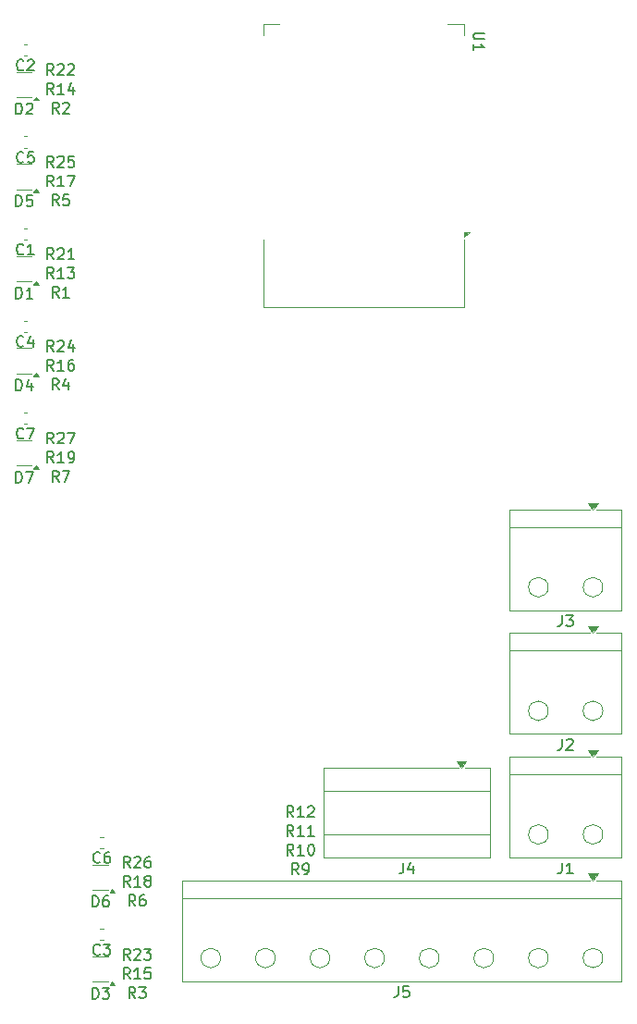
<source format=gbr>
%TF.GenerationSoftware,KiCad,Pcbnew,9.0.2*%
%TF.CreationDate,2025-05-31T05:55:54-04:00*%
%TF.ProjectId,micro autodoor,6d696372-6f20-4617-9574-6f646f6f722e,rev?*%
%TF.SameCoordinates,Original*%
%TF.FileFunction,Legend,Top*%
%TF.FilePolarity,Positive*%
%FSLAX46Y46*%
G04 Gerber Fmt 4.6, Leading zero omitted, Abs format (unit mm)*
G04 Created by KiCad (PCBNEW 9.0.2) date 2025-05-31 05:55:54*
%MOMM*%
%LPD*%
G01*
G04 APERTURE LIST*
%ADD10C,0.150000*%
%ADD11C,0.120000*%
G04 APERTURE END LIST*
D10*
X151195250Y-75665862D02*
X150385727Y-75665862D01*
X150385727Y-75665862D02*
X150290489Y-75713481D01*
X150290489Y-75713481D02*
X150242870Y-75761100D01*
X150242870Y-75761100D02*
X150195250Y-75856338D01*
X150195250Y-75856338D02*
X150195250Y-76046814D01*
X150195250Y-76046814D02*
X150242870Y-76142052D01*
X150242870Y-76142052D02*
X150290489Y-76189671D01*
X150290489Y-76189671D02*
X150385727Y-76237290D01*
X150385727Y-76237290D02*
X151195250Y-76237290D01*
X150195250Y-77237290D02*
X150195250Y-76665862D01*
X150195250Y-76951576D02*
X151195250Y-76951576D01*
X151195250Y-76951576D02*
X151052393Y-76856338D01*
X151052393Y-76856338D02*
X150957155Y-76761100D01*
X150957155Y-76761100D02*
X150909536Y-76665862D01*
X111757212Y-113232586D02*
X111423879Y-112756395D01*
X111185784Y-113232586D02*
X111185784Y-112232586D01*
X111185784Y-112232586D02*
X111566736Y-112232586D01*
X111566736Y-112232586D02*
X111661974Y-112280205D01*
X111661974Y-112280205D02*
X111709593Y-112327824D01*
X111709593Y-112327824D02*
X111757212Y-112423062D01*
X111757212Y-112423062D02*
X111757212Y-112565919D01*
X111757212Y-112565919D02*
X111709593Y-112661157D01*
X111709593Y-112661157D02*
X111661974Y-112708776D01*
X111661974Y-112708776D02*
X111566736Y-112756395D01*
X111566736Y-112756395D02*
X111185784Y-112756395D01*
X112138165Y-112327824D02*
X112185784Y-112280205D01*
X112185784Y-112280205D02*
X112281022Y-112232586D01*
X112281022Y-112232586D02*
X112519117Y-112232586D01*
X112519117Y-112232586D02*
X112614355Y-112280205D01*
X112614355Y-112280205D02*
X112661974Y-112327824D01*
X112661974Y-112327824D02*
X112709593Y-112423062D01*
X112709593Y-112423062D02*
X112709593Y-112518300D01*
X112709593Y-112518300D02*
X112661974Y-112661157D01*
X112661974Y-112661157D02*
X112090546Y-113232586D01*
X112090546Y-113232586D02*
X112709593Y-113232586D01*
X113042927Y-112232586D02*
X113709593Y-112232586D01*
X113709593Y-112232586D02*
X113281022Y-113232586D01*
X118757212Y-152052586D02*
X118423879Y-151576395D01*
X118185784Y-152052586D02*
X118185784Y-151052586D01*
X118185784Y-151052586D02*
X118566736Y-151052586D01*
X118566736Y-151052586D02*
X118661974Y-151100205D01*
X118661974Y-151100205D02*
X118709593Y-151147824D01*
X118709593Y-151147824D02*
X118757212Y-151243062D01*
X118757212Y-151243062D02*
X118757212Y-151385919D01*
X118757212Y-151385919D02*
X118709593Y-151481157D01*
X118709593Y-151481157D02*
X118661974Y-151528776D01*
X118661974Y-151528776D02*
X118566736Y-151576395D01*
X118566736Y-151576395D02*
X118185784Y-151576395D01*
X119138165Y-151147824D02*
X119185784Y-151100205D01*
X119185784Y-151100205D02*
X119281022Y-151052586D01*
X119281022Y-151052586D02*
X119519117Y-151052586D01*
X119519117Y-151052586D02*
X119614355Y-151100205D01*
X119614355Y-151100205D02*
X119661974Y-151147824D01*
X119661974Y-151147824D02*
X119709593Y-151243062D01*
X119709593Y-151243062D02*
X119709593Y-151338300D01*
X119709593Y-151338300D02*
X119661974Y-151481157D01*
X119661974Y-151481157D02*
X119090546Y-152052586D01*
X119090546Y-152052586D02*
X119709593Y-152052586D01*
X120566736Y-151052586D02*
X120376260Y-151052586D01*
X120376260Y-151052586D02*
X120281022Y-151100205D01*
X120281022Y-151100205D02*
X120233403Y-151147824D01*
X120233403Y-151147824D02*
X120138165Y-151290681D01*
X120138165Y-151290681D02*
X120090546Y-151481157D01*
X120090546Y-151481157D02*
X120090546Y-151862109D01*
X120090546Y-151862109D02*
X120138165Y-151957347D01*
X120138165Y-151957347D02*
X120185784Y-152004967D01*
X120185784Y-152004967D02*
X120281022Y-152052586D01*
X120281022Y-152052586D02*
X120471498Y-152052586D01*
X120471498Y-152052586D02*
X120566736Y-152004967D01*
X120566736Y-152004967D02*
X120614355Y-151957347D01*
X120614355Y-151957347D02*
X120661974Y-151862109D01*
X120661974Y-151862109D02*
X120661974Y-151624014D01*
X120661974Y-151624014D02*
X120614355Y-151528776D01*
X120614355Y-151528776D02*
X120566736Y-151481157D01*
X120566736Y-151481157D02*
X120471498Y-151433538D01*
X120471498Y-151433538D02*
X120281022Y-151433538D01*
X120281022Y-151433538D02*
X120185784Y-151481157D01*
X120185784Y-151481157D02*
X120138165Y-151528776D01*
X120138165Y-151528776D02*
X120090546Y-151624014D01*
X111757212Y-87942586D02*
X111423879Y-87466395D01*
X111185784Y-87942586D02*
X111185784Y-86942586D01*
X111185784Y-86942586D02*
X111566736Y-86942586D01*
X111566736Y-86942586D02*
X111661974Y-86990205D01*
X111661974Y-86990205D02*
X111709593Y-87037824D01*
X111709593Y-87037824D02*
X111757212Y-87133062D01*
X111757212Y-87133062D02*
X111757212Y-87275919D01*
X111757212Y-87275919D02*
X111709593Y-87371157D01*
X111709593Y-87371157D02*
X111661974Y-87418776D01*
X111661974Y-87418776D02*
X111566736Y-87466395D01*
X111566736Y-87466395D02*
X111185784Y-87466395D01*
X112138165Y-87037824D02*
X112185784Y-86990205D01*
X112185784Y-86990205D02*
X112281022Y-86942586D01*
X112281022Y-86942586D02*
X112519117Y-86942586D01*
X112519117Y-86942586D02*
X112614355Y-86990205D01*
X112614355Y-86990205D02*
X112661974Y-87037824D01*
X112661974Y-87037824D02*
X112709593Y-87133062D01*
X112709593Y-87133062D02*
X112709593Y-87228300D01*
X112709593Y-87228300D02*
X112661974Y-87371157D01*
X112661974Y-87371157D02*
X112090546Y-87942586D01*
X112090546Y-87942586D02*
X112709593Y-87942586D01*
X113614355Y-86942586D02*
X113138165Y-86942586D01*
X113138165Y-86942586D02*
X113090546Y-87418776D01*
X113090546Y-87418776D02*
X113138165Y-87371157D01*
X113138165Y-87371157D02*
X113233403Y-87323538D01*
X113233403Y-87323538D02*
X113471498Y-87323538D01*
X113471498Y-87323538D02*
X113566736Y-87371157D01*
X113566736Y-87371157D02*
X113614355Y-87418776D01*
X113614355Y-87418776D02*
X113661974Y-87514014D01*
X113661974Y-87514014D02*
X113661974Y-87752109D01*
X113661974Y-87752109D02*
X113614355Y-87847347D01*
X113614355Y-87847347D02*
X113566736Y-87894967D01*
X113566736Y-87894967D02*
X113471498Y-87942586D01*
X113471498Y-87942586D02*
X113233403Y-87942586D01*
X113233403Y-87942586D02*
X113138165Y-87894967D01*
X113138165Y-87894967D02*
X113090546Y-87847347D01*
X111757212Y-104802586D02*
X111423879Y-104326395D01*
X111185784Y-104802586D02*
X111185784Y-103802586D01*
X111185784Y-103802586D02*
X111566736Y-103802586D01*
X111566736Y-103802586D02*
X111661974Y-103850205D01*
X111661974Y-103850205D02*
X111709593Y-103897824D01*
X111709593Y-103897824D02*
X111757212Y-103993062D01*
X111757212Y-103993062D02*
X111757212Y-104135919D01*
X111757212Y-104135919D02*
X111709593Y-104231157D01*
X111709593Y-104231157D02*
X111661974Y-104278776D01*
X111661974Y-104278776D02*
X111566736Y-104326395D01*
X111566736Y-104326395D02*
X111185784Y-104326395D01*
X112138165Y-103897824D02*
X112185784Y-103850205D01*
X112185784Y-103850205D02*
X112281022Y-103802586D01*
X112281022Y-103802586D02*
X112519117Y-103802586D01*
X112519117Y-103802586D02*
X112614355Y-103850205D01*
X112614355Y-103850205D02*
X112661974Y-103897824D01*
X112661974Y-103897824D02*
X112709593Y-103993062D01*
X112709593Y-103993062D02*
X112709593Y-104088300D01*
X112709593Y-104088300D02*
X112661974Y-104231157D01*
X112661974Y-104231157D02*
X112090546Y-104802586D01*
X112090546Y-104802586D02*
X112709593Y-104802586D01*
X113566736Y-104135919D02*
X113566736Y-104802586D01*
X113328641Y-103754967D02*
X113090546Y-104469252D01*
X113090546Y-104469252D02*
X113709593Y-104469252D01*
X118757212Y-160482586D02*
X118423879Y-160006395D01*
X118185784Y-160482586D02*
X118185784Y-159482586D01*
X118185784Y-159482586D02*
X118566736Y-159482586D01*
X118566736Y-159482586D02*
X118661974Y-159530205D01*
X118661974Y-159530205D02*
X118709593Y-159577824D01*
X118709593Y-159577824D02*
X118757212Y-159673062D01*
X118757212Y-159673062D02*
X118757212Y-159815919D01*
X118757212Y-159815919D02*
X118709593Y-159911157D01*
X118709593Y-159911157D02*
X118661974Y-159958776D01*
X118661974Y-159958776D02*
X118566736Y-160006395D01*
X118566736Y-160006395D02*
X118185784Y-160006395D01*
X119138165Y-159577824D02*
X119185784Y-159530205D01*
X119185784Y-159530205D02*
X119281022Y-159482586D01*
X119281022Y-159482586D02*
X119519117Y-159482586D01*
X119519117Y-159482586D02*
X119614355Y-159530205D01*
X119614355Y-159530205D02*
X119661974Y-159577824D01*
X119661974Y-159577824D02*
X119709593Y-159673062D01*
X119709593Y-159673062D02*
X119709593Y-159768300D01*
X119709593Y-159768300D02*
X119661974Y-159911157D01*
X119661974Y-159911157D02*
X119090546Y-160482586D01*
X119090546Y-160482586D02*
X119709593Y-160482586D01*
X120042927Y-159482586D02*
X120661974Y-159482586D01*
X120661974Y-159482586D02*
X120328641Y-159863538D01*
X120328641Y-159863538D02*
X120471498Y-159863538D01*
X120471498Y-159863538D02*
X120566736Y-159911157D01*
X120566736Y-159911157D02*
X120614355Y-159958776D01*
X120614355Y-159958776D02*
X120661974Y-160054014D01*
X120661974Y-160054014D02*
X120661974Y-160292109D01*
X120661974Y-160292109D02*
X120614355Y-160387347D01*
X120614355Y-160387347D02*
X120566736Y-160434967D01*
X120566736Y-160434967D02*
X120471498Y-160482586D01*
X120471498Y-160482586D02*
X120185784Y-160482586D01*
X120185784Y-160482586D02*
X120090546Y-160434967D01*
X120090546Y-160434967D02*
X120042927Y-160387347D01*
X111757212Y-79512586D02*
X111423879Y-79036395D01*
X111185784Y-79512586D02*
X111185784Y-78512586D01*
X111185784Y-78512586D02*
X111566736Y-78512586D01*
X111566736Y-78512586D02*
X111661974Y-78560205D01*
X111661974Y-78560205D02*
X111709593Y-78607824D01*
X111709593Y-78607824D02*
X111757212Y-78703062D01*
X111757212Y-78703062D02*
X111757212Y-78845919D01*
X111757212Y-78845919D02*
X111709593Y-78941157D01*
X111709593Y-78941157D02*
X111661974Y-78988776D01*
X111661974Y-78988776D02*
X111566736Y-79036395D01*
X111566736Y-79036395D02*
X111185784Y-79036395D01*
X112138165Y-78607824D02*
X112185784Y-78560205D01*
X112185784Y-78560205D02*
X112281022Y-78512586D01*
X112281022Y-78512586D02*
X112519117Y-78512586D01*
X112519117Y-78512586D02*
X112614355Y-78560205D01*
X112614355Y-78560205D02*
X112661974Y-78607824D01*
X112661974Y-78607824D02*
X112709593Y-78703062D01*
X112709593Y-78703062D02*
X112709593Y-78798300D01*
X112709593Y-78798300D02*
X112661974Y-78941157D01*
X112661974Y-78941157D02*
X112090546Y-79512586D01*
X112090546Y-79512586D02*
X112709593Y-79512586D01*
X113090546Y-78607824D02*
X113138165Y-78560205D01*
X113138165Y-78560205D02*
X113233403Y-78512586D01*
X113233403Y-78512586D02*
X113471498Y-78512586D01*
X113471498Y-78512586D02*
X113566736Y-78560205D01*
X113566736Y-78560205D02*
X113614355Y-78607824D01*
X113614355Y-78607824D02*
X113661974Y-78703062D01*
X113661974Y-78703062D02*
X113661974Y-78798300D01*
X113661974Y-78798300D02*
X113614355Y-78941157D01*
X113614355Y-78941157D02*
X113042927Y-79512586D01*
X113042927Y-79512586D02*
X113661974Y-79512586D01*
X111757212Y-96372586D02*
X111423879Y-95896395D01*
X111185784Y-96372586D02*
X111185784Y-95372586D01*
X111185784Y-95372586D02*
X111566736Y-95372586D01*
X111566736Y-95372586D02*
X111661974Y-95420205D01*
X111661974Y-95420205D02*
X111709593Y-95467824D01*
X111709593Y-95467824D02*
X111757212Y-95563062D01*
X111757212Y-95563062D02*
X111757212Y-95705919D01*
X111757212Y-95705919D02*
X111709593Y-95801157D01*
X111709593Y-95801157D02*
X111661974Y-95848776D01*
X111661974Y-95848776D02*
X111566736Y-95896395D01*
X111566736Y-95896395D02*
X111185784Y-95896395D01*
X112138165Y-95467824D02*
X112185784Y-95420205D01*
X112185784Y-95420205D02*
X112281022Y-95372586D01*
X112281022Y-95372586D02*
X112519117Y-95372586D01*
X112519117Y-95372586D02*
X112614355Y-95420205D01*
X112614355Y-95420205D02*
X112661974Y-95467824D01*
X112661974Y-95467824D02*
X112709593Y-95563062D01*
X112709593Y-95563062D02*
X112709593Y-95658300D01*
X112709593Y-95658300D02*
X112661974Y-95801157D01*
X112661974Y-95801157D02*
X112090546Y-96372586D01*
X112090546Y-96372586D02*
X112709593Y-96372586D01*
X113661974Y-96372586D02*
X113090546Y-96372586D01*
X113376260Y-96372586D02*
X113376260Y-95372586D01*
X113376260Y-95372586D02*
X113281022Y-95515443D01*
X113281022Y-95515443D02*
X113185784Y-95610681D01*
X113185784Y-95610681D02*
X113090546Y-95658300D01*
X111757212Y-114982586D02*
X111423879Y-114506395D01*
X111185784Y-114982586D02*
X111185784Y-113982586D01*
X111185784Y-113982586D02*
X111566736Y-113982586D01*
X111566736Y-113982586D02*
X111661974Y-114030205D01*
X111661974Y-114030205D02*
X111709593Y-114077824D01*
X111709593Y-114077824D02*
X111757212Y-114173062D01*
X111757212Y-114173062D02*
X111757212Y-114315919D01*
X111757212Y-114315919D02*
X111709593Y-114411157D01*
X111709593Y-114411157D02*
X111661974Y-114458776D01*
X111661974Y-114458776D02*
X111566736Y-114506395D01*
X111566736Y-114506395D02*
X111185784Y-114506395D01*
X112709593Y-114982586D02*
X112138165Y-114982586D01*
X112423879Y-114982586D02*
X112423879Y-113982586D01*
X112423879Y-113982586D02*
X112328641Y-114125443D01*
X112328641Y-114125443D02*
X112233403Y-114220681D01*
X112233403Y-114220681D02*
X112138165Y-114268300D01*
X113185784Y-114982586D02*
X113376260Y-114982586D01*
X113376260Y-114982586D02*
X113471498Y-114934967D01*
X113471498Y-114934967D02*
X113519117Y-114887347D01*
X113519117Y-114887347D02*
X113614355Y-114744490D01*
X113614355Y-114744490D02*
X113661974Y-114554014D01*
X113661974Y-114554014D02*
X113661974Y-114173062D01*
X113661974Y-114173062D02*
X113614355Y-114077824D01*
X113614355Y-114077824D02*
X113566736Y-114030205D01*
X113566736Y-114030205D02*
X113471498Y-113982586D01*
X113471498Y-113982586D02*
X113281022Y-113982586D01*
X113281022Y-113982586D02*
X113185784Y-114030205D01*
X113185784Y-114030205D02*
X113138165Y-114077824D01*
X113138165Y-114077824D02*
X113090546Y-114173062D01*
X113090546Y-114173062D02*
X113090546Y-114411157D01*
X113090546Y-114411157D02*
X113138165Y-114506395D01*
X113138165Y-114506395D02*
X113185784Y-114554014D01*
X113185784Y-114554014D02*
X113281022Y-114601633D01*
X113281022Y-114601633D02*
X113471498Y-114601633D01*
X113471498Y-114601633D02*
X113566736Y-114554014D01*
X113566736Y-114554014D02*
X113614355Y-114506395D01*
X113614355Y-114506395D02*
X113661974Y-114411157D01*
X118757212Y-153802586D02*
X118423879Y-153326395D01*
X118185784Y-153802586D02*
X118185784Y-152802586D01*
X118185784Y-152802586D02*
X118566736Y-152802586D01*
X118566736Y-152802586D02*
X118661974Y-152850205D01*
X118661974Y-152850205D02*
X118709593Y-152897824D01*
X118709593Y-152897824D02*
X118757212Y-152993062D01*
X118757212Y-152993062D02*
X118757212Y-153135919D01*
X118757212Y-153135919D02*
X118709593Y-153231157D01*
X118709593Y-153231157D02*
X118661974Y-153278776D01*
X118661974Y-153278776D02*
X118566736Y-153326395D01*
X118566736Y-153326395D02*
X118185784Y-153326395D01*
X119709593Y-153802586D02*
X119138165Y-153802586D01*
X119423879Y-153802586D02*
X119423879Y-152802586D01*
X119423879Y-152802586D02*
X119328641Y-152945443D01*
X119328641Y-152945443D02*
X119233403Y-153040681D01*
X119233403Y-153040681D02*
X119138165Y-153088300D01*
X120281022Y-153231157D02*
X120185784Y-153183538D01*
X120185784Y-153183538D02*
X120138165Y-153135919D01*
X120138165Y-153135919D02*
X120090546Y-153040681D01*
X120090546Y-153040681D02*
X120090546Y-152993062D01*
X120090546Y-152993062D02*
X120138165Y-152897824D01*
X120138165Y-152897824D02*
X120185784Y-152850205D01*
X120185784Y-152850205D02*
X120281022Y-152802586D01*
X120281022Y-152802586D02*
X120471498Y-152802586D01*
X120471498Y-152802586D02*
X120566736Y-152850205D01*
X120566736Y-152850205D02*
X120614355Y-152897824D01*
X120614355Y-152897824D02*
X120661974Y-152993062D01*
X120661974Y-152993062D02*
X120661974Y-153040681D01*
X120661974Y-153040681D02*
X120614355Y-153135919D01*
X120614355Y-153135919D02*
X120566736Y-153183538D01*
X120566736Y-153183538D02*
X120471498Y-153231157D01*
X120471498Y-153231157D02*
X120281022Y-153231157D01*
X120281022Y-153231157D02*
X120185784Y-153278776D01*
X120185784Y-153278776D02*
X120138165Y-153326395D01*
X120138165Y-153326395D02*
X120090546Y-153421633D01*
X120090546Y-153421633D02*
X120090546Y-153612109D01*
X120090546Y-153612109D02*
X120138165Y-153707347D01*
X120138165Y-153707347D02*
X120185784Y-153754967D01*
X120185784Y-153754967D02*
X120281022Y-153802586D01*
X120281022Y-153802586D02*
X120471498Y-153802586D01*
X120471498Y-153802586D02*
X120566736Y-153754967D01*
X120566736Y-153754967D02*
X120614355Y-153707347D01*
X120614355Y-153707347D02*
X120661974Y-153612109D01*
X120661974Y-153612109D02*
X120661974Y-153421633D01*
X120661974Y-153421633D02*
X120614355Y-153326395D01*
X120614355Y-153326395D02*
X120566736Y-153278776D01*
X120566736Y-153278776D02*
X120471498Y-153231157D01*
X111757212Y-89692586D02*
X111423879Y-89216395D01*
X111185784Y-89692586D02*
X111185784Y-88692586D01*
X111185784Y-88692586D02*
X111566736Y-88692586D01*
X111566736Y-88692586D02*
X111661974Y-88740205D01*
X111661974Y-88740205D02*
X111709593Y-88787824D01*
X111709593Y-88787824D02*
X111757212Y-88883062D01*
X111757212Y-88883062D02*
X111757212Y-89025919D01*
X111757212Y-89025919D02*
X111709593Y-89121157D01*
X111709593Y-89121157D02*
X111661974Y-89168776D01*
X111661974Y-89168776D02*
X111566736Y-89216395D01*
X111566736Y-89216395D02*
X111185784Y-89216395D01*
X112709593Y-89692586D02*
X112138165Y-89692586D01*
X112423879Y-89692586D02*
X112423879Y-88692586D01*
X112423879Y-88692586D02*
X112328641Y-88835443D01*
X112328641Y-88835443D02*
X112233403Y-88930681D01*
X112233403Y-88930681D02*
X112138165Y-88978300D01*
X113042927Y-88692586D02*
X113709593Y-88692586D01*
X113709593Y-88692586D02*
X113281022Y-89692586D01*
X111757212Y-106552586D02*
X111423879Y-106076395D01*
X111185784Y-106552586D02*
X111185784Y-105552586D01*
X111185784Y-105552586D02*
X111566736Y-105552586D01*
X111566736Y-105552586D02*
X111661974Y-105600205D01*
X111661974Y-105600205D02*
X111709593Y-105647824D01*
X111709593Y-105647824D02*
X111757212Y-105743062D01*
X111757212Y-105743062D02*
X111757212Y-105885919D01*
X111757212Y-105885919D02*
X111709593Y-105981157D01*
X111709593Y-105981157D02*
X111661974Y-106028776D01*
X111661974Y-106028776D02*
X111566736Y-106076395D01*
X111566736Y-106076395D02*
X111185784Y-106076395D01*
X112709593Y-106552586D02*
X112138165Y-106552586D01*
X112423879Y-106552586D02*
X112423879Y-105552586D01*
X112423879Y-105552586D02*
X112328641Y-105695443D01*
X112328641Y-105695443D02*
X112233403Y-105790681D01*
X112233403Y-105790681D02*
X112138165Y-105838300D01*
X113566736Y-105552586D02*
X113376260Y-105552586D01*
X113376260Y-105552586D02*
X113281022Y-105600205D01*
X113281022Y-105600205D02*
X113233403Y-105647824D01*
X113233403Y-105647824D02*
X113138165Y-105790681D01*
X113138165Y-105790681D02*
X113090546Y-105981157D01*
X113090546Y-105981157D02*
X113090546Y-106362109D01*
X113090546Y-106362109D02*
X113138165Y-106457347D01*
X113138165Y-106457347D02*
X113185784Y-106504967D01*
X113185784Y-106504967D02*
X113281022Y-106552586D01*
X113281022Y-106552586D02*
X113471498Y-106552586D01*
X113471498Y-106552586D02*
X113566736Y-106504967D01*
X113566736Y-106504967D02*
X113614355Y-106457347D01*
X113614355Y-106457347D02*
X113661974Y-106362109D01*
X113661974Y-106362109D02*
X113661974Y-106124014D01*
X113661974Y-106124014D02*
X113614355Y-106028776D01*
X113614355Y-106028776D02*
X113566736Y-105981157D01*
X113566736Y-105981157D02*
X113471498Y-105933538D01*
X113471498Y-105933538D02*
X113281022Y-105933538D01*
X113281022Y-105933538D02*
X113185784Y-105981157D01*
X113185784Y-105981157D02*
X113138165Y-106028776D01*
X113138165Y-106028776D02*
X113090546Y-106124014D01*
X118757212Y-162232586D02*
X118423879Y-161756395D01*
X118185784Y-162232586D02*
X118185784Y-161232586D01*
X118185784Y-161232586D02*
X118566736Y-161232586D01*
X118566736Y-161232586D02*
X118661974Y-161280205D01*
X118661974Y-161280205D02*
X118709593Y-161327824D01*
X118709593Y-161327824D02*
X118757212Y-161423062D01*
X118757212Y-161423062D02*
X118757212Y-161565919D01*
X118757212Y-161565919D02*
X118709593Y-161661157D01*
X118709593Y-161661157D02*
X118661974Y-161708776D01*
X118661974Y-161708776D02*
X118566736Y-161756395D01*
X118566736Y-161756395D02*
X118185784Y-161756395D01*
X119709593Y-162232586D02*
X119138165Y-162232586D01*
X119423879Y-162232586D02*
X119423879Y-161232586D01*
X119423879Y-161232586D02*
X119328641Y-161375443D01*
X119328641Y-161375443D02*
X119233403Y-161470681D01*
X119233403Y-161470681D02*
X119138165Y-161518300D01*
X120614355Y-161232586D02*
X120138165Y-161232586D01*
X120138165Y-161232586D02*
X120090546Y-161708776D01*
X120090546Y-161708776D02*
X120138165Y-161661157D01*
X120138165Y-161661157D02*
X120233403Y-161613538D01*
X120233403Y-161613538D02*
X120471498Y-161613538D01*
X120471498Y-161613538D02*
X120566736Y-161661157D01*
X120566736Y-161661157D02*
X120614355Y-161708776D01*
X120614355Y-161708776D02*
X120661974Y-161804014D01*
X120661974Y-161804014D02*
X120661974Y-162042109D01*
X120661974Y-162042109D02*
X120614355Y-162137347D01*
X120614355Y-162137347D02*
X120566736Y-162184967D01*
X120566736Y-162184967D02*
X120471498Y-162232586D01*
X120471498Y-162232586D02*
X120233403Y-162232586D01*
X120233403Y-162232586D02*
X120138165Y-162184967D01*
X120138165Y-162184967D02*
X120090546Y-162137347D01*
X111757212Y-81262586D02*
X111423879Y-80786395D01*
X111185784Y-81262586D02*
X111185784Y-80262586D01*
X111185784Y-80262586D02*
X111566736Y-80262586D01*
X111566736Y-80262586D02*
X111661974Y-80310205D01*
X111661974Y-80310205D02*
X111709593Y-80357824D01*
X111709593Y-80357824D02*
X111757212Y-80453062D01*
X111757212Y-80453062D02*
X111757212Y-80595919D01*
X111757212Y-80595919D02*
X111709593Y-80691157D01*
X111709593Y-80691157D02*
X111661974Y-80738776D01*
X111661974Y-80738776D02*
X111566736Y-80786395D01*
X111566736Y-80786395D02*
X111185784Y-80786395D01*
X112709593Y-81262586D02*
X112138165Y-81262586D01*
X112423879Y-81262586D02*
X112423879Y-80262586D01*
X112423879Y-80262586D02*
X112328641Y-80405443D01*
X112328641Y-80405443D02*
X112233403Y-80500681D01*
X112233403Y-80500681D02*
X112138165Y-80548300D01*
X113566736Y-80595919D02*
X113566736Y-81262586D01*
X113328641Y-80214967D02*
X113090546Y-80929252D01*
X113090546Y-80929252D02*
X113709593Y-80929252D01*
X111757212Y-98122586D02*
X111423879Y-97646395D01*
X111185784Y-98122586D02*
X111185784Y-97122586D01*
X111185784Y-97122586D02*
X111566736Y-97122586D01*
X111566736Y-97122586D02*
X111661974Y-97170205D01*
X111661974Y-97170205D02*
X111709593Y-97217824D01*
X111709593Y-97217824D02*
X111757212Y-97313062D01*
X111757212Y-97313062D02*
X111757212Y-97455919D01*
X111757212Y-97455919D02*
X111709593Y-97551157D01*
X111709593Y-97551157D02*
X111661974Y-97598776D01*
X111661974Y-97598776D02*
X111566736Y-97646395D01*
X111566736Y-97646395D02*
X111185784Y-97646395D01*
X112709593Y-98122586D02*
X112138165Y-98122586D01*
X112423879Y-98122586D02*
X112423879Y-97122586D01*
X112423879Y-97122586D02*
X112328641Y-97265443D01*
X112328641Y-97265443D02*
X112233403Y-97360681D01*
X112233403Y-97360681D02*
X112138165Y-97408300D01*
X113042927Y-97122586D02*
X113661974Y-97122586D01*
X113661974Y-97122586D02*
X113328641Y-97503538D01*
X113328641Y-97503538D02*
X113471498Y-97503538D01*
X113471498Y-97503538D02*
X113566736Y-97551157D01*
X113566736Y-97551157D02*
X113614355Y-97598776D01*
X113614355Y-97598776D02*
X113661974Y-97694014D01*
X113661974Y-97694014D02*
X113661974Y-97932109D01*
X113661974Y-97932109D02*
X113614355Y-98027347D01*
X113614355Y-98027347D02*
X113566736Y-98074967D01*
X113566736Y-98074967D02*
X113471498Y-98122586D01*
X113471498Y-98122586D02*
X113185784Y-98122586D01*
X113185784Y-98122586D02*
X113090546Y-98074967D01*
X113090546Y-98074967D02*
X113042927Y-98027347D01*
X133707212Y-147422586D02*
X133373879Y-146946395D01*
X133135784Y-147422586D02*
X133135784Y-146422586D01*
X133135784Y-146422586D02*
X133516736Y-146422586D01*
X133516736Y-146422586D02*
X133611974Y-146470205D01*
X133611974Y-146470205D02*
X133659593Y-146517824D01*
X133659593Y-146517824D02*
X133707212Y-146613062D01*
X133707212Y-146613062D02*
X133707212Y-146755919D01*
X133707212Y-146755919D02*
X133659593Y-146851157D01*
X133659593Y-146851157D02*
X133611974Y-146898776D01*
X133611974Y-146898776D02*
X133516736Y-146946395D01*
X133516736Y-146946395D02*
X133135784Y-146946395D01*
X134659593Y-147422586D02*
X134088165Y-147422586D01*
X134373879Y-147422586D02*
X134373879Y-146422586D01*
X134373879Y-146422586D02*
X134278641Y-146565443D01*
X134278641Y-146565443D02*
X134183403Y-146660681D01*
X134183403Y-146660681D02*
X134088165Y-146708300D01*
X135040546Y-146517824D02*
X135088165Y-146470205D01*
X135088165Y-146470205D02*
X135183403Y-146422586D01*
X135183403Y-146422586D02*
X135421498Y-146422586D01*
X135421498Y-146422586D02*
X135516736Y-146470205D01*
X135516736Y-146470205D02*
X135564355Y-146517824D01*
X135564355Y-146517824D02*
X135611974Y-146613062D01*
X135611974Y-146613062D02*
X135611974Y-146708300D01*
X135611974Y-146708300D02*
X135564355Y-146851157D01*
X135564355Y-146851157D02*
X134992927Y-147422586D01*
X134992927Y-147422586D02*
X135611974Y-147422586D01*
X133707212Y-149172586D02*
X133373879Y-148696395D01*
X133135784Y-149172586D02*
X133135784Y-148172586D01*
X133135784Y-148172586D02*
X133516736Y-148172586D01*
X133516736Y-148172586D02*
X133611974Y-148220205D01*
X133611974Y-148220205D02*
X133659593Y-148267824D01*
X133659593Y-148267824D02*
X133707212Y-148363062D01*
X133707212Y-148363062D02*
X133707212Y-148505919D01*
X133707212Y-148505919D02*
X133659593Y-148601157D01*
X133659593Y-148601157D02*
X133611974Y-148648776D01*
X133611974Y-148648776D02*
X133516736Y-148696395D01*
X133516736Y-148696395D02*
X133135784Y-148696395D01*
X134659593Y-149172586D02*
X134088165Y-149172586D01*
X134373879Y-149172586D02*
X134373879Y-148172586D01*
X134373879Y-148172586D02*
X134278641Y-148315443D01*
X134278641Y-148315443D02*
X134183403Y-148410681D01*
X134183403Y-148410681D02*
X134088165Y-148458300D01*
X135611974Y-149172586D02*
X135040546Y-149172586D01*
X135326260Y-149172586D02*
X135326260Y-148172586D01*
X135326260Y-148172586D02*
X135231022Y-148315443D01*
X135231022Y-148315443D02*
X135135784Y-148410681D01*
X135135784Y-148410681D02*
X135040546Y-148458300D01*
X133707212Y-150922586D02*
X133373879Y-150446395D01*
X133135784Y-150922586D02*
X133135784Y-149922586D01*
X133135784Y-149922586D02*
X133516736Y-149922586D01*
X133516736Y-149922586D02*
X133611974Y-149970205D01*
X133611974Y-149970205D02*
X133659593Y-150017824D01*
X133659593Y-150017824D02*
X133707212Y-150113062D01*
X133707212Y-150113062D02*
X133707212Y-150255919D01*
X133707212Y-150255919D02*
X133659593Y-150351157D01*
X133659593Y-150351157D02*
X133611974Y-150398776D01*
X133611974Y-150398776D02*
X133516736Y-150446395D01*
X133516736Y-150446395D02*
X133135784Y-150446395D01*
X134659593Y-150922586D02*
X134088165Y-150922586D01*
X134373879Y-150922586D02*
X134373879Y-149922586D01*
X134373879Y-149922586D02*
X134278641Y-150065443D01*
X134278641Y-150065443D02*
X134183403Y-150160681D01*
X134183403Y-150160681D02*
X134088165Y-150208300D01*
X135278641Y-149922586D02*
X135373879Y-149922586D01*
X135373879Y-149922586D02*
X135469117Y-149970205D01*
X135469117Y-149970205D02*
X135516736Y-150017824D01*
X135516736Y-150017824D02*
X135564355Y-150113062D01*
X135564355Y-150113062D02*
X135611974Y-150303538D01*
X135611974Y-150303538D02*
X135611974Y-150541633D01*
X135611974Y-150541633D02*
X135564355Y-150732109D01*
X135564355Y-150732109D02*
X135516736Y-150827347D01*
X135516736Y-150827347D02*
X135469117Y-150874967D01*
X135469117Y-150874967D02*
X135373879Y-150922586D01*
X135373879Y-150922586D02*
X135278641Y-150922586D01*
X135278641Y-150922586D02*
X135183403Y-150874967D01*
X135183403Y-150874967D02*
X135135784Y-150827347D01*
X135135784Y-150827347D02*
X135088165Y-150732109D01*
X135088165Y-150732109D02*
X135040546Y-150541633D01*
X135040546Y-150541633D02*
X135040546Y-150303538D01*
X135040546Y-150303538D02*
X135088165Y-150113062D01*
X135088165Y-150113062D02*
X135135784Y-150017824D01*
X135135784Y-150017824D02*
X135183403Y-149970205D01*
X135183403Y-149970205D02*
X135278641Y-149922586D01*
X134183403Y-152672586D02*
X133850070Y-152196395D01*
X133611975Y-152672586D02*
X133611975Y-151672586D01*
X133611975Y-151672586D02*
X133992927Y-151672586D01*
X133992927Y-151672586D02*
X134088165Y-151720205D01*
X134088165Y-151720205D02*
X134135784Y-151767824D01*
X134135784Y-151767824D02*
X134183403Y-151863062D01*
X134183403Y-151863062D02*
X134183403Y-152005919D01*
X134183403Y-152005919D02*
X134135784Y-152101157D01*
X134135784Y-152101157D02*
X134088165Y-152148776D01*
X134088165Y-152148776D02*
X133992927Y-152196395D01*
X133992927Y-152196395D02*
X133611975Y-152196395D01*
X134659594Y-152672586D02*
X134850070Y-152672586D01*
X134850070Y-152672586D02*
X134945308Y-152624967D01*
X134945308Y-152624967D02*
X134992927Y-152577347D01*
X134992927Y-152577347D02*
X135088165Y-152434490D01*
X135088165Y-152434490D02*
X135135784Y-152244014D01*
X135135784Y-152244014D02*
X135135784Y-151863062D01*
X135135784Y-151863062D02*
X135088165Y-151767824D01*
X135088165Y-151767824D02*
X135040546Y-151720205D01*
X135040546Y-151720205D02*
X134945308Y-151672586D01*
X134945308Y-151672586D02*
X134754832Y-151672586D01*
X134754832Y-151672586D02*
X134659594Y-151720205D01*
X134659594Y-151720205D02*
X134611975Y-151767824D01*
X134611975Y-151767824D02*
X134564356Y-151863062D01*
X134564356Y-151863062D02*
X134564356Y-152101157D01*
X134564356Y-152101157D02*
X134611975Y-152196395D01*
X134611975Y-152196395D02*
X134659594Y-152244014D01*
X134659594Y-152244014D02*
X134754832Y-152291633D01*
X134754832Y-152291633D02*
X134945308Y-152291633D01*
X134945308Y-152291633D02*
X135040546Y-152244014D01*
X135040546Y-152244014D02*
X135088165Y-152196395D01*
X135088165Y-152196395D02*
X135135784Y-152101157D01*
X112233403Y-116732586D02*
X111900070Y-116256395D01*
X111661975Y-116732586D02*
X111661975Y-115732586D01*
X111661975Y-115732586D02*
X112042927Y-115732586D01*
X112042927Y-115732586D02*
X112138165Y-115780205D01*
X112138165Y-115780205D02*
X112185784Y-115827824D01*
X112185784Y-115827824D02*
X112233403Y-115923062D01*
X112233403Y-115923062D02*
X112233403Y-116065919D01*
X112233403Y-116065919D02*
X112185784Y-116161157D01*
X112185784Y-116161157D02*
X112138165Y-116208776D01*
X112138165Y-116208776D02*
X112042927Y-116256395D01*
X112042927Y-116256395D02*
X111661975Y-116256395D01*
X112566737Y-115732586D02*
X113233403Y-115732586D01*
X113233403Y-115732586D02*
X112804832Y-116732586D01*
X119233403Y-155552586D02*
X118900070Y-155076395D01*
X118661975Y-155552586D02*
X118661975Y-154552586D01*
X118661975Y-154552586D02*
X119042927Y-154552586D01*
X119042927Y-154552586D02*
X119138165Y-154600205D01*
X119138165Y-154600205D02*
X119185784Y-154647824D01*
X119185784Y-154647824D02*
X119233403Y-154743062D01*
X119233403Y-154743062D02*
X119233403Y-154885919D01*
X119233403Y-154885919D02*
X119185784Y-154981157D01*
X119185784Y-154981157D02*
X119138165Y-155028776D01*
X119138165Y-155028776D02*
X119042927Y-155076395D01*
X119042927Y-155076395D02*
X118661975Y-155076395D01*
X120090546Y-154552586D02*
X119900070Y-154552586D01*
X119900070Y-154552586D02*
X119804832Y-154600205D01*
X119804832Y-154600205D02*
X119757213Y-154647824D01*
X119757213Y-154647824D02*
X119661975Y-154790681D01*
X119661975Y-154790681D02*
X119614356Y-154981157D01*
X119614356Y-154981157D02*
X119614356Y-155362109D01*
X119614356Y-155362109D02*
X119661975Y-155457347D01*
X119661975Y-155457347D02*
X119709594Y-155504967D01*
X119709594Y-155504967D02*
X119804832Y-155552586D01*
X119804832Y-155552586D02*
X119995308Y-155552586D01*
X119995308Y-155552586D02*
X120090546Y-155504967D01*
X120090546Y-155504967D02*
X120138165Y-155457347D01*
X120138165Y-155457347D02*
X120185784Y-155362109D01*
X120185784Y-155362109D02*
X120185784Y-155124014D01*
X120185784Y-155124014D02*
X120138165Y-155028776D01*
X120138165Y-155028776D02*
X120090546Y-154981157D01*
X120090546Y-154981157D02*
X119995308Y-154933538D01*
X119995308Y-154933538D02*
X119804832Y-154933538D01*
X119804832Y-154933538D02*
X119709594Y-154981157D01*
X119709594Y-154981157D02*
X119661975Y-155028776D01*
X119661975Y-155028776D02*
X119614356Y-155124014D01*
X112233403Y-91442586D02*
X111900070Y-90966395D01*
X111661975Y-91442586D02*
X111661975Y-90442586D01*
X111661975Y-90442586D02*
X112042927Y-90442586D01*
X112042927Y-90442586D02*
X112138165Y-90490205D01*
X112138165Y-90490205D02*
X112185784Y-90537824D01*
X112185784Y-90537824D02*
X112233403Y-90633062D01*
X112233403Y-90633062D02*
X112233403Y-90775919D01*
X112233403Y-90775919D02*
X112185784Y-90871157D01*
X112185784Y-90871157D02*
X112138165Y-90918776D01*
X112138165Y-90918776D02*
X112042927Y-90966395D01*
X112042927Y-90966395D02*
X111661975Y-90966395D01*
X113138165Y-90442586D02*
X112661975Y-90442586D01*
X112661975Y-90442586D02*
X112614356Y-90918776D01*
X112614356Y-90918776D02*
X112661975Y-90871157D01*
X112661975Y-90871157D02*
X112757213Y-90823538D01*
X112757213Y-90823538D02*
X112995308Y-90823538D01*
X112995308Y-90823538D02*
X113090546Y-90871157D01*
X113090546Y-90871157D02*
X113138165Y-90918776D01*
X113138165Y-90918776D02*
X113185784Y-91014014D01*
X113185784Y-91014014D02*
X113185784Y-91252109D01*
X113185784Y-91252109D02*
X113138165Y-91347347D01*
X113138165Y-91347347D02*
X113090546Y-91394967D01*
X113090546Y-91394967D02*
X112995308Y-91442586D01*
X112995308Y-91442586D02*
X112757213Y-91442586D01*
X112757213Y-91442586D02*
X112661975Y-91394967D01*
X112661975Y-91394967D02*
X112614356Y-91347347D01*
X112233403Y-108302586D02*
X111900070Y-107826395D01*
X111661975Y-108302586D02*
X111661975Y-107302586D01*
X111661975Y-107302586D02*
X112042927Y-107302586D01*
X112042927Y-107302586D02*
X112138165Y-107350205D01*
X112138165Y-107350205D02*
X112185784Y-107397824D01*
X112185784Y-107397824D02*
X112233403Y-107493062D01*
X112233403Y-107493062D02*
X112233403Y-107635919D01*
X112233403Y-107635919D02*
X112185784Y-107731157D01*
X112185784Y-107731157D02*
X112138165Y-107778776D01*
X112138165Y-107778776D02*
X112042927Y-107826395D01*
X112042927Y-107826395D02*
X111661975Y-107826395D01*
X113090546Y-107635919D02*
X113090546Y-108302586D01*
X112852451Y-107254967D02*
X112614356Y-107969252D01*
X112614356Y-107969252D02*
X113233403Y-107969252D01*
X119233403Y-163982586D02*
X118900070Y-163506395D01*
X118661975Y-163982586D02*
X118661975Y-162982586D01*
X118661975Y-162982586D02*
X119042927Y-162982586D01*
X119042927Y-162982586D02*
X119138165Y-163030205D01*
X119138165Y-163030205D02*
X119185784Y-163077824D01*
X119185784Y-163077824D02*
X119233403Y-163173062D01*
X119233403Y-163173062D02*
X119233403Y-163315919D01*
X119233403Y-163315919D02*
X119185784Y-163411157D01*
X119185784Y-163411157D02*
X119138165Y-163458776D01*
X119138165Y-163458776D02*
X119042927Y-163506395D01*
X119042927Y-163506395D02*
X118661975Y-163506395D01*
X119566737Y-162982586D02*
X120185784Y-162982586D01*
X120185784Y-162982586D02*
X119852451Y-163363538D01*
X119852451Y-163363538D02*
X119995308Y-163363538D01*
X119995308Y-163363538D02*
X120090546Y-163411157D01*
X120090546Y-163411157D02*
X120138165Y-163458776D01*
X120138165Y-163458776D02*
X120185784Y-163554014D01*
X120185784Y-163554014D02*
X120185784Y-163792109D01*
X120185784Y-163792109D02*
X120138165Y-163887347D01*
X120138165Y-163887347D02*
X120090546Y-163934967D01*
X120090546Y-163934967D02*
X119995308Y-163982586D01*
X119995308Y-163982586D02*
X119709594Y-163982586D01*
X119709594Y-163982586D02*
X119614356Y-163934967D01*
X119614356Y-163934967D02*
X119566737Y-163887347D01*
X112233403Y-83012586D02*
X111900070Y-82536395D01*
X111661975Y-83012586D02*
X111661975Y-82012586D01*
X111661975Y-82012586D02*
X112042927Y-82012586D01*
X112042927Y-82012586D02*
X112138165Y-82060205D01*
X112138165Y-82060205D02*
X112185784Y-82107824D01*
X112185784Y-82107824D02*
X112233403Y-82203062D01*
X112233403Y-82203062D02*
X112233403Y-82345919D01*
X112233403Y-82345919D02*
X112185784Y-82441157D01*
X112185784Y-82441157D02*
X112138165Y-82488776D01*
X112138165Y-82488776D02*
X112042927Y-82536395D01*
X112042927Y-82536395D02*
X111661975Y-82536395D01*
X112614356Y-82107824D02*
X112661975Y-82060205D01*
X112661975Y-82060205D02*
X112757213Y-82012586D01*
X112757213Y-82012586D02*
X112995308Y-82012586D01*
X112995308Y-82012586D02*
X113090546Y-82060205D01*
X113090546Y-82060205D02*
X113138165Y-82107824D01*
X113138165Y-82107824D02*
X113185784Y-82203062D01*
X113185784Y-82203062D02*
X113185784Y-82298300D01*
X113185784Y-82298300D02*
X113138165Y-82441157D01*
X113138165Y-82441157D02*
X112566737Y-83012586D01*
X112566737Y-83012586D02*
X113185784Y-83012586D01*
X112233403Y-99872586D02*
X111900070Y-99396395D01*
X111661975Y-99872586D02*
X111661975Y-98872586D01*
X111661975Y-98872586D02*
X112042927Y-98872586D01*
X112042927Y-98872586D02*
X112138165Y-98920205D01*
X112138165Y-98920205D02*
X112185784Y-98967824D01*
X112185784Y-98967824D02*
X112233403Y-99063062D01*
X112233403Y-99063062D02*
X112233403Y-99205919D01*
X112233403Y-99205919D02*
X112185784Y-99301157D01*
X112185784Y-99301157D02*
X112138165Y-99348776D01*
X112138165Y-99348776D02*
X112042927Y-99396395D01*
X112042927Y-99396395D02*
X111661975Y-99396395D01*
X113185784Y-99872586D02*
X112614356Y-99872586D01*
X112900070Y-99872586D02*
X112900070Y-98872586D01*
X112900070Y-98872586D02*
X112804832Y-99015443D01*
X112804832Y-99015443D02*
X112709594Y-99110681D01*
X112709594Y-99110681D02*
X112614356Y-99158300D01*
X143316736Y-162902586D02*
X143316736Y-163616871D01*
X143316736Y-163616871D02*
X143269117Y-163759728D01*
X143269117Y-163759728D02*
X143173879Y-163854967D01*
X143173879Y-163854967D02*
X143031022Y-163902586D01*
X143031022Y-163902586D02*
X142935784Y-163902586D01*
X144269117Y-162902586D02*
X143792927Y-162902586D01*
X143792927Y-162902586D02*
X143745308Y-163378776D01*
X143745308Y-163378776D02*
X143792927Y-163331157D01*
X143792927Y-163331157D02*
X143888165Y-163283538D01*
X143888165Y-163283538D02*
X144126260Y-163283538D01*
X144126260Y-163283538D02*
X144221498Y-163331157D01*
X144221498Y-163331157D02*
X144269117Y-163378776D01*
X144269117Y-163378776D02*
X144316736Y-163474014D01*
X144316736Y-163474014D02*
X144316736Y-163712109D01*
X144316736Y-163712109D02*
X144269117Y-163807347D01*
X144269117Y-163807347D02*
X144221498Y-163854967D01*
X144221498Y-163854967D02*
X144126260Y-163902586D01*
X144126260Y-163902586D02*
X143888165Y-163902586D01*
X143888165Y-163902586D02*
X143792927Y-163854967D01*
X143792927Y-163854967D02*
X143745308Y-163807347D01*
X143766736Y-151592586D02*
X143766736Y-152306871D01*
X143766736Y-152306871D02*
X143719117Y-152449728D01*
X143719117Y-152449728D02*
X143623879Y-152544967D01*
X143623879Y-152544967D02*
X143481022Y-152592586D01*
X143481022Y-152592586D02*
X143385784Y-152592586D01*
X144671498Y-151925919D02*
X144671498Y-152592586D01*
X144433403Y-151544967D02*
X144195308Y-152259252D01*
X144195308Y-152259252D02*
X144814355Y-152259252D01*
X158316736Y-128962586D02*
X158316736Y-129676871D01*
X158316736Y-129676871D02*
X158269117Y-129819728D01*
X158269117Y-129819728D02*
X158173879Y-129914967D01*
X158173879Y-129914967D02*
X158031022Y-129962586D01*
X158031022Y-129962586D02*
X157935784Y-129962586D01*
X158697689Y-128962586D02*
X159316736Y-128962586D01*
X159316736Y-128962586D02*
X158983403Y-129343538D01*
X158983403Y-129343538D02*
X159126260Y-129343538D01*
X159126260Y-129343538D02*
X159221498Y-129391157D01*
X159221498Y-129391157D02*
X159269117Y-129438776D01*
X159269117Y-129438776D02*
X159316736Y-129534014D01*
X159316736Y-129534014D02*
X159316736Y-129772109D01*
X159316736Y-129772109D02*
X159269117Y-129867347D01*
X159269117Y-129867347D02*
X159221498Y-129914967D01*
X159221498Y-129914967D02*
X159126260Y-129962586D01*
X159126260Y-129962586D02*
X158840546Y-129962586D01*
X158840546Y-129962586D02*
X158745308Y-129914967D01*
X158745308Y-129914967D02*
X158697689Y-129867347D01*
X158316736Y-140277586D02*
X158316736Y-140991871D01*
X158316736Y-140991871D02*
X158269117Y-141134728D01*
X158269117Y-141134728D02*
X158173879Y-141229967D01*
X158173879Y-141229967D02*
X158031022Y-141277586D01*
X158031022Y-141277586D02*
X157935784Y-141277586D01*
X158745308Y-140372824D02*
X158792927Y-140325205D01*
X158792927Y-140325205D02*
X158888165Y-140277586D01*
X158888165Y-140277586D02*
X159126260Y-140277586D01*
X159126260Y-140277586D02*
X159221498Y-140325205D01*
X159221498Y-140325205D02*
X159269117Y-140372824D01*
X159269117Y-140372824D02*
X159316736Y-140468062D01*
X159316736Y-140468062D02*
X159316736Y-140563300D01*
X159316736Y-140563300D02*
X159269117Y-140706157D01*
X159269117Y-140706157D02*
X158697689Y-141277586D01*
X158697689Y-141277586D02*
X159316736Y-141277586D01*
X158316736Y-151592586D02*
X158316736Y-152306871D01*
X158316736Y-152306871D02*
X158269117Y-152449728D01*
X158269117Y-152449728D02*
X158173879Y-152544967D01*
X158173879Y-152544967D02*
X158031022Y-152592586D01*
X158031022Y-152592586D02*
X157935784Y-152592586D01*
X159316736Y-152592586D02*
X158745308Y-152592586D01*
X159031022Y-152592586D02*
X159031022Y-151592586D01*
X159031022Y-151592586D02*
X158935784Y-151735443D01*
X158935784Y-151735443D02*
X158840546Y-151830681D01*
X158840546Y-151830681D02*
X158745308Y-151878300D01*
X108311975Y-116807586D02*
X108311975Y-115807586D01*
X108311975Y-115807586D02*
X108550070Y-115807586D01*
X108550070Y-115807586D02*
X108692927Y-115855205D01*
X108692927Y-115855205D02*
X108788165Y-115950443D01*
X108788165Y-115950443D02*
X108835784Y-116045681D01*
X108835784Y-116045681D02*
X108883403Y-116236157D01*
X108883403Y-116236157D02*
X108883403Y-116379014D01*
X108883403Y-116379014D02*
X108835784Y-116569490D01*
X108835784Y-116569490D02*
X108788165Y-116664728D01*
X108788165Y-116664728D02*
X108692927Y-116759967D01*
X108692927Y-116759967D02*
X108550070Y-116807586D01*
X108550070Y-116807586D02*
X108311975Y-116807586D01*
X109216737Y-115807586D02*
X109883403Y-115807586D01*
X109883403Y-115807586D02*
X109454832Y-116807586D01*
X115311975Y-155627586D02*
X115311975Y-154627586D01*
X115311975Y-154627586D02*
X115550070Y-154627586D01*
X115550070Y-154627586D02*
X115692927Y-154675205D01*
X115692927Y-154675205D02*
X115788165Y-154770443D01*
X115788165Y-154770443D02*
X115835784Y-154865681D01*
X115835784Y-154865681D02*
X115883403Y-155056157D01*
X115883403Y-155056157D02*
X115883403Y-155199014D01*
X115883403Y-155199014D02*
X115835784Y-155389490D01*
X115835784Y-155389490D02*
X115788165Y-155484728D01*
X115788165Y-155484728D02*
X115692927Y-155579967D01*
X115692927Y-155579967D02*
X115550070Y-155627586D01*
X115550070Y-155627586D02*
X115311975Y-155627586D01*
X116740546Y-154627586D02*
X116550070Y-154627586D01*
X116550070Y-154627586D02*
X116454832Y-154675205D01*
X116454832Y-154675205D02*
X116407213Y-154722824D01*
X116407213Y-154722824D02*
X116311975Y-154865681D01*
X116311975Y-154865681D02*
X116264356Y-155056157D01*
X116264356Y-155056157D02*
X116264356Y-155437109D01*
X116264356Y-155437109D02*
X116311975Y-155532347D01*
X116311975Y-155532347D02*
X116359594Y-155579967D01*
X116359594Y-155579967D02*
X116454832Y-155627586D01*
X116454832Y-155627586D02*
X116645308Y-155627586D01*
X116645308Y-155627586D02*
X116740546Y-155579967D01*
X116740546Y-155579967D02*
X116788165Y-155532347D01*
X116788165Y-155532347D02*
X116835784Y-155437109D01*
X116835784Y-155437109D02*
X116835784Y-155199014D01*
X116835784Y-155199014D02*
X116788165Y-155103776D01*
X116788165Y-155103776D02*
X116740546Y-155056157D01*
X116740546Y-155056157D02*
X116645308Y-155008538D01*
X116645308Y-155008538D02*
X116454832Y-155008538D01*
X116454832Y-155008538D02*
X116359594Y-155056157D01*
X116359594Y-155056157D02*
X116311975Y-155103776D01*
X116311975Y-155103776D02*
X116264356Y-155199014D01*
X108311975Y-91517586D02*
X108311975Y-90517586D01*
X108311975Y-90517586D02*
X108550070Y-90517586D01*
X108550070Y-90517586D02*
X108692927Y-90565205D01*
X108692927Y-90565205D02*
X108788165Y-90660443D01*
X108788165Y-90660443D02*
X108835784Y-90755681D01*
X108835784Y-90755681D02*
X108883403Y-90946157D01*
X108883403Y-90946157D02*
X108883403Y-91089014D01*
X108883403Y-91089014D02*
X108835784Y-91279490D01*
X108835784Y-91279490D02*
X108788165Y-91374728D01*
X108788165Y-91374728D02*
X108692927Y-91469967D01*
X108692927Y-91469967D02*
X108550070Y-91517586D01*
X108550070Y-91517586D02*
X108311975Y-91517586D01*
X109788165Y-90517586D02*
X109311975Y-90517586D01*
X109311975Y-90517586D02*
X109264356Y-90993776D01*
X109264356Y-90993776D02*
X109311975Y-90946157D01*
X109311975Y-90946157D02*
X109407213Y-90898538D01*
X109407213Y-90898538D02*
X109645308Y-90898538D01*
X109645308Y-90898538D02*
X109740546Y-90946157D01*
X109740546Y-90946157D02*
X109788165Y-90993776D01*
X109788165Y-90993776D02*
X109835784Y-91089014D01*
X109835784Y-91089014D02*
X109835784Y-91327109D01*
X109835784Y-91327109D02*
X109788165Y-91422347D01*
X109788165Y-91422347D02*
X109740546Y-91469967D01*
X109740546Y-91469967D02*
X109645308Y-91517586D01*
X109645308Y-91517586D02*
X109407213Y-91517586D01*
X109407213Y-91517586D02*
X109311975Y-91469967D01*
X109311975Y-91469967D02*
X109264356Y-91422347D01*
X108311975Y-108377586D02*
X108311975Y-107377586D01*
X108311975Y-107377586D02*
X108550070Y-107377586D01*
X108550070Y-107377586D02*
X108692927Y-107425205D01*
X108692927Y-107425205D02*
X108788165Y-107520443D01*
X108788165Y-107520443D02*
X108835784Y-107615681D01*
X108835784Y-107615681D02*
X108883403Y-107806157D01*
X108883403Y-107806157D02*
X108883403Y-107949014D01*
X108883403Y-107949014D02*
X108835784Y-108139490D01*
X108835784Y-108139490D02*
X108788165Y-108234728D01*
X108788165Y-108234728D02*
X108692927Y-108329967D01*
X108692927Y-108329967D02*
X108550070Y-108377586D01*
X108550070Y-108377586D02*
X108311975Y-108377586D01*
X109740546Y-107710919D02*
X109740546Y-108377586D01*
X109502451Y-107329967D02*
X109264356Y-108044252D01*
X109264356Y-108044252D02*
X109883403Y-108044252D01*
X115311975Y-164057586D02*
X115311975Y-163057586D01*
X115311975Y-163057586D02*
X115550070Y-163057586D01*
X115550070Y-163057586D02*
X115692927Y-163105205D01*
X115692927Y-163105205D02*
X115788165Y-163200443D01*
X115788165Y-163200443D02*
X115835784Y-163295681D01*
X115835784Y-163295681D02*
X115883403Y-163486157D01*
X115883403Y-163486157D02*
X115883403Y-163629014D01*
X115883403Y-163629014D02*
X115835784Y-163819490D01*
X115835784Y-163819490D02*
X115788165Y-163914728D01*
X115788165Y-163914728D02*
X115692927Y-164009967D01*
X115692927Y-164009967D02*
X115550070Y-164057586D01*
X115550070Y-164057586D02*
X115311975Y-164057586D01*
X116216737Y-163057586D02*
X116835784Y-163057586D01*
X116835784Y-163057586D02*
X116502451Y-163438538D01*
X116502451Y-163438538D02*
X116645308Y-163438538D01*
X116645308Y-163438538D02*
X116740546Y-163486157D01*
X116740546Y-163486157D02*
X116788165Y-163533776D01*
X116788165Y-163533776D02*
X116835784Y-163629014D01*
X116835784Y-163629014D02*
X116835784Y-163867109D01*
X116835784Y-163867109D02*
X116788165Y-163962347D01*
X116788165Y-163962347D02*
X116740546Y-164009967D01*
X116740546Y-164009967D02*
X116645308Y-164057586D01*
X116645308Y-164057586D02*
X116359594Y-164057586D01*
X116359594Y-164057586D02*
X116264356Y-164009967D01*
X116264356Y-164009967D02*
X116216737Y-163962347D01*
X108311975Y-83087586D02*
X108311975Y-82087586D01*
X108311975Y-82087586D02*
X108550070Y-82087586D01*
X108550070Y-82087586D02*
X108692927Y-82135205D01*
X108692927Y-82135205D02*
X108788165Y-82230443D01*
X108788165Y-82230443D02*
X108835784Y-82325681D01*
X108835784Y-82325681D02*
X108883403Y-82516157D01*
X108883403Y-82516157D02*
X108883403Y-82659014D01*
X108883403Y-82659014D02*
X108835784Y-82849490D01*
X108835784Y-82849490D02*
X108788165Y-82944728D01*
X108788165Y-82944728D02*
X108692927Y-83039967D01*
X108692927Y-83039967D02*
X108550070Y-83087586D01*
X108550070Y-83087586D02*
X108311975Y-83087586D01*
X109264356Y-82182824D02*
X109311975Y-82135205D01*
X109311975Y-82135205D02*
X109407213Y-82087586D01*
X109407213Y-82087586D02*
X109645308Y-82087586D01*
X109645308Y-82087586D02*
X109740546Y-82135205D01*
X109740546Y-82135205D02*
X109788165Y-82182824D01*
X109788165Y-82182824D02*
X109835784Y-82278062D01*
X109835784Y-82278062D02*
X109835784Y-82373300D01*
X109835784Y-82373300D02*
X109788165Y-82516157D01*
X109788165Y-82516157D02*
X109216737Y-83087586D01*
X109216737Y-83087586D02*
X109835784Y-83087586D01*
X108311975Y-99947586D02*
X108311975Y-98947586D01*
X108311975Y-98947586D02*
X108550070Y-98947586D01*
X108550070Y-98947586D02*
X108692927Y-98995205D01*
X108692927Y-98995205D02*
X108788165Y-99090443D01*
X108788165Y-99090443D02*
X108835784Y-99185681D01*
X108835784Y-99185681D02*
X108883403Y-99376157D01*
X108883403Y-99376157D02*
X108883403Y-99519014D01*
X108883403Y-99519014D02*
X108835784Y-99709490D01*
X108835784Y-99709490D02*
X108788165Y-99804728D01*
X108788165Y-99804728D02*
X108692927Y-99899967D01*
X108692927Y-99899967D02*
X108550070Y-99947586D01*
X108550070Y-99947586D02*
X108311975Y-99947586D01*
X109835784Y-99947586D02*
X109264356Y-99947586D01*
X109550070Y-99947586D02*
X109550070Y-98947586D01*
X109550070Y-98947586D02*
X109454832Y-99090443D01*
X109454832Y-99090443D02*
X109359594Y-99185681D01*
X109359594Y-99185681D02*
X109264356Y-99233300D01*
X109003403Y-112717347D02*
X108955784Y-112764967D01*
X108955784Y-112764967D02*
X108812927Y-112812586D01*
X108812927Y-112812586D02*
X108717689Y-112812586D01*
X108717689Y-112812586D02*
X108574832Y-112764967D01*
X108574832Y-112764967D02*
X108479594Y-112669728D01*
X108479594Y-112669728D02*
X108431975Y-112574490D01*
X108431975Y-112574490D02*
X108384356Y-112384014D01*
X108384356Y-112384014D02*
X108384356Y-112241157D01*
X108384356Y-112241157D02*
X108431975Y-112050681D01*
X108431975Y-112050681D02*
X108479594Y-111955443D01*
X108479594Y-111955443D02*
X108574832Y-111860205D01*
X108574832Y-111860205D02*
X108717689Y-111812586D01*
X108717689Y-111812586D02*
X108812927Y-111812586D01*
X108812927Y-111812586D02*
X108955784Y-111860205D01*
X108955784Y-111860205D02*
X109003403Y-111907824D01*
X109336737Y-111812586D02*
X110003403Y-111812586D01*
X110003403Y-111812586D02*
X109574832Y-112812586D01*
X116003403Y-151537347D02*
X115955784Y-151584967D01*
X115955784Y-151584967D02*
X115812927Y-151632586D01*
X115812927Y-151632586D02*
X115717689Y-151632586D01*
X115717689Y-151632586D02*
X115574832Y-151584967D01*
X115574832Y-151584967D02*
X115479594Y-151489728D01*
X115479594Y-151489728D02*
X115431975Y-151394490D01*
X115431975Y-151394490D02*
X115384356Y-151204014D01*
X115384356Y-151204014D02*
X115384356Y-151061157D01*
X115384356Y-151061157D02*
X115431975Y-150870681D01*
X115431975Y-150870681D02*
X115479594Y-150775443D01*
X115479594Y-150775443D02*
X115574832Y-150680205D01*
X115574832Y-150680205D02*
X115717689Y-150632586D01*
X115717689Y-150632586D02*
X115812927Y-150632586D01*
X115812927Y-150632586D02*
X115955784Y-150680205D01*
X115955784Y-150680205D02*
X116003403Y-150727824D01*
X116860546Y-150632586D02*
X116670070Y-150632586D01*
X116670070Y-150632586D02*
X116574832Y-150680205D01*
X116574832Y-150680205D02*
X116527213Y-150727824D01*
X116527213Y-150727824D02*
X116431975Y-150870681D01*
X116431975Y-150870681D02*
X116384356Y-151061157D01*
X116384356Y-151061157D02*
X116384356Y-151442109D01*
X116384356Y-151442109D02*
X116431975Y-151537347D01*
X116431975Y-151537347D02*
X116479594Y-151584967D01*
X116479594Y-151584967D02*
X116574832Y-151632586D01*
X116574832Y-151632586D02*
X116765308Y-151632586D01*
X116765308Y-151632586D02*
X116860546Y-151584967D01*
X116860546Y-151584967D02*
X116908165Y-151537347D01*
X116908165Y-151537347D02*
X116955784Y-151442109D01*
X116955784Y-151442109D02*
X116955784Y-151204014D01*
X116955784Y-151204014D02*
X116908165Y-151108776D01*
X116908165Y-151108776D02*
X116860546Y-151061157D01*
X116860546Y-151061157D02*
X116765308Y-151013538D01*
X116765308Y-151013538D02*
X116574832Y-151013538D01*
X116574832Y-151013538D02*
X116479594Y-151061157D01*
X116479594Y-151061157D02*
X116431975Y-151108776D01*
X116431975Y-151108776D02*
X116384356Y-151204014D01*
X109003403Y-87427347D02*
X108955784Y-87474967D01*
X108955784Y-87474967D02*
X108812927Y-87522586D01*
X108812927Y-87522586D02*
X108717689Y-87522586D01*
X108717689Y-87522586D02*
X108574832Y-87474967D01*
X108574832Y-87474967D02*
X108479594Y-87379728D01*
X108479594Y-87379728D02*
X108431975Y-87284490D01*
X108431975Y-87284490D02*
X108384356Y-87094014D01*
X108384356Y-87094014D02*
X108384356Y-86951157D01*
X108384356Y-86951157D02*
X108431975Y-86760681D01*
X108431975Y-86760681D02*
X108479594Y-86665443D01*
X108479594Y-86665443D02*
X108574832Y-86570205D01*
X108574832Y-86570205D02*
X108717689Y-86522586D01*
X108717689Y-86522586D02*
X108812927Y-86522586D01*
X108812927Y-86522586D02*
X108955784Y-86570205D01*
X108955784Y-86570205D02*
X109003403Y-86617824D01*
X109908165Y-86522586D02*
X109431975Y-86522586D01*
X109431975Y-86522586D02*
X109384356Y-86998776D01*
X109384356Y-86998776D02*
X109431975Y-86951157D01*
X109431975Y-86951157D02*
X109527213Y-86903538D01*
X109527213Y-86903538D02*
X109765308Y-86903538D01*
X109765308Y-86903538D02*
X109860546Y-86951157D01*
X109860546Y-86951157D02*
X109908165Y-86998776D01*
X109908165Y-86998776D02*
X109955784Y-87094014D01*
X109955784Y-87094014D02*
X109955784Y-87332109D01*
X109955784Y-87332109D02*
X109908165Y-87427347D01*
X109908165Y-87427347D02*
X109860546Y-87474967D01*
X109860546Y-87474967D02*
X109765308Y-87522586D01*
X109765308Y-87522586D02*
X109527213Y-87522586D01*
X109527213Y-87522586D02*
X109431975Y-87474967D01*
X109431975Y-87474967D02*
X109384356Y-87427347D01*
X109003403Y-104287347D02*
X108955784Y-104334967D01*
X108955784Y-104334967D02*
X108812927Y-104382586D01*
X108812927Y-104382586D02*
X108717689Y-104382586D01*
X108717689Y-104382586D02*
X108574832Y-104334967D01*
X108574832Y-104334967D02*
X108479594Y-104239728D01*
X108479594Y-104239728D02*
X108431975Y-104144490D01*
X108431975Y-104144490D02*
X108384356Y-103954014D01*
X108384356Y-103954014D02*
X108384356Y-103811157D01*
X108384356Y-103811157D02*
X108431975Y-103620681D01*
X108431975Y-103620681D02*
X108479594Y-103525443D01*
X108479594Y-103525443D02*
X108574832Y-103430205D01*
X108574832Y-103430205D02*
X108717689Y-103382586D01*
X108717689Y-103382586D02*
X108812927Y-103382586D01*
X108812927Y-103382586D02*
X108955784Y-103430205D01*
X108955784Y-103430205D02*
X109003403Y-103477824D01*
X109860546Y-103715919D02*
X109860546Y-104382586D01*
X109622451Y-103334967D02*
X109384356Y-104049252D01*
X109384356Y-104049252D02*
X110003403Y-104049252D01*
X116003403Y-159967347D02*
X115955784Y-160014967D01*
X115955784Y-160014967D02*
X115812927Y-160062586D01*
X115812927Y-160062586D02*
X115717689Y-160062586D01*
X115717689Y-160062586D02*
X115574832Y-160014967D01*
X115574832Y-160014967D02*
X115479594Y-159919728D01*
X115479594Y-159919728D02*
X115431975Y-159824490D01*
X115431975Y-159824490D02*
X115384356Y-159634014D01*
X115384356Y-159634014D02*
X115384356Y-159491157D01*
X115384356Y-159491157D02*
X115431975Y-159300681D01*
X115431975Y-159300681D02*
X115479594Y-159205443D01*
X115479594Y-159205443D02*
X115574832Y-159110205D01*
X115574832Y-159110205D02*
X115717689Y-159062586D01*
X115717689Y-159062586D02*
X115812927Y-159062586D01*
X115812927Y-159062586D02*
X115955784Y-159110205D01*
X115955784Y-159110205D02*
X116003403Y-159157824D01*
X116336737Y-159062586D02*
X116955784Y-159062586D01*
X116955784Y-159062586D02*
X116622451Y-159443538D01*
X116622451Y-159443538D02*
X116765308Y-159443538D01*
X116765308Y-159443538D02*
X116860546Y-159491157D01*
X116860546Y-159491157D02*
X116908165Y-159538776D01*
X116908165Y-159538776D02*
X116955784Y-159634014D01*
X116955784Y-159634014D02*
X116955784Y-159872109D01*
X116955784Y-159872109D02*
X116908165Y-159967347D01*
X116908165Y-159967347D02*
X116860546Y-160014967D01*
X116860546Y-160014967D02*
X116765308Y-160062586D01*
X116765308Y-160062586D02*
X116479594Y-160062586D01*
X116479594Y-160062586D02*
X116384356Y-160014967D01*
X116384356Y-160014967D02*
X116336737Y-159967347D01*
X109003403Y-78997347D02*
X108955784Y-79044967D01*
X108955784Y-79044967D02*
X108812927Y-79092586D01*
X108812927Y-79092586D02*
X108717689Y-79092586D01*
X108717689Y-79092586D02*
X108574832Y-79044967D01*
X108574832Y-79044967D02*
X108479594Y-78949728D01*
X108479594Y-78949728D02*
X108431975Y-78854490D01*
X108431975Y-78854490D02*
X108384356Y-78664014D01*
X108384356Y-78664014D02*
X108384356Y-78521157D01*
X108384356Y-78521157D02*
X108431975Y-78330681D01*
X108431975Y-78330681D02*
X108479594Y-78235443D01*
X108479594Y-78235443D02*
X108574832Y-78140205D01*
X108574832Y-78140205D02*
X108717689Y-78092586D01*
X108717689Y-78092586D02*
X108812927Y-78092586D01*
X108812927Y-78092586D02*
X108955784Y-78140205D01*
X108955784Y-78140205D02*
X109003403Y-78187824D01*
X109384356Y-78187824D02*
X109431975Y-78140205D01*
X109431975Y-78140205D02*
X109527213Y-78092586D01*
X109527213Y-78092586D02*
X109765308Y-78092586D01*
X109765308Y-78092586D02*
X109860546Y-78140205D01*
X109860546Y-78140205D02*
X109908165Y-78187824D01*
X109908165Y-78187824D02*
X109955784Y-78283062D01*
X109955784Y-78283062D02*
X109955784Y-78378300D01*
X109955784Y-78378300D02*
X109908165Y-78521157D01*
X109908165Y-78521157D02*
X109336737Y-79092586D01*
X109336737Y-79092586D02*
X109955784Y-79092586D01*
X109003403Y-95857347D02*
X108955784Y-95904967D01*
X108955784Y-95904967D02*
X108812927Y-95952586D01*
X108812927Y-95952586D02*
X108717689Y-95952586D01*
X108717689Y-95952586D02*
X108574832Y-95904967D01*
X108574832Y-95904967D02*
X108479594Y-95809728D01*
X108479594Y-95809728D02*
X108431975Y-95714490D01*
X108431975Y-95714490D02*
X108384356Y-95524014D01*
X108384356Y-95524014D02*
X108384356Y-95381157D01*
X108384356Y-95381157D02*
X108431975Y-95190681D01*
X108431975Y-95190681D02*
X108479594Y-95095443D01*
X108479594Y-95095443D02*
X108574832Y-95000205D01*
X108574832Y-95000205D02*
X108717689Y-94952586D01*
X108717689Y-94952586D02*
X108812927Y-94952586D01*
X108812927Y-94952586D02*
X108955784Y-95000205D01*
X108955784Y-95000205D02*
X109003403Y-95047824D01*
X109955784Y-95952586D02*
X109384356Y-95952586D01*
X109670070Y-95952586D02*
X109670070Y-94952586D01*
X109670070Y-94952586D02*
X109574832Y-95095443D01*
X109574832Y-95095443D02*
X109479594Y-95190681D01*
X109479594Y-95190681D02*
X109384356Y-95238300D01*
D11*
%TO.C,U1*%
X149350070Y-100727767D02*
X149350070Y-94527767D01*
X149350070Y-100727767D02*
X130950070Y-100727767D01*
X149350070Y-75877767D02*
X149350070Y-74877767D01*
X149350070Y-74877767D02*
X147850070Y-74877767D01*
X130950070Y-100727767D02*
X130950070Y-94527767D01*
X130950070Y-74877767D02*
X132450070Y-74877767D01*
X130950070Y-74877767D02*
X130950070Y-75877767D01*
X149350070Y-94352767D02*
X149350070Y-93852767D01*
X149850070Y-93852767D01*
X149350070Y-94352767D01*
G36*
X149350070Y-94352767D02*
G01*
X149350070Y-93852767D01*
X149850070Y-93852767D01*
X149350070Y-94352767D01*
G37*
%TO.C,J5*%
X163770070Y-162447767D02*
X163770070Y-153207767D01*
X163770070Y-162447767D02*
X123530070Y-162447767D01*
X163770070Y-154827767D02*
X123530070Y-154827767D01*
X163770070Y-153207767D02*
X161450070Y-153207767D01*
X160850070Y-153207767D02*
X123530070Y-153207767D01*
X123530070Y-162447767D02*
X123530070Y-153207767D01*
X162050070Y-160327767D02*
G75*
G02*
X160250070Y-160327767I-900000J0D01*
G01*
X160250070Y-160327767D02*
G75*
G02*
X162050070Y-160327767I900000J0D01*
G01*
X157050070Y-160327767D02*
G75*
G02*
X155250070Y-160327767I-900000J0D01*
G01*
X155250070Y-160327767D02*
G75*
G02*
X157050070Y-160327767I900000J0D01*
G01*
X152050070Y-160327767D02*
G75*
G02*
X150250070Y-160327767I-900000J0D01*
G01*
X150250070Y-160327767D02*
G75*
G02*
X152050070Y-160327767I900000J0D01*
G01*
X147050070Y-160327767D02*
G75*
G02*
X145250070Y-160327767I-900000J0D01*
G01*
X145250070Y-160327767D02*
G75*
G02*
X147050070Y-160327767I900000J0D01*
G01*
X142050070Y-160327767D02*
G75*
G02*
X140250070Y-160327767I-900000J0D01*
G01*
X140250070Y-160327767D02*
G75*
G02*
X142050070Y-160327767I900000J0D01*
G01*
X137050070Y-160327767D02*
G75*
G02*
X135250070Y-160327767I-900000J0D01*
G01*
X135250070Y-160327767D02*
G75*
G02*
X137050070Y-160327767I900000J0D01*
G01*
X132050070Y-160327767D02*
G75*
G02*
X130250070Y-160327767I-900000J0D01*
G01*
X130250070Y-160327767D02*
G75*
G02*
X132050070Y-160327767I900000J0D01*
G01*
X127050070Y-160327767D02*
G75*
G02*
X125250070Y-160327767I-900000J0D01*
G01*
X125250070Y-160327767D02*
G75*
G02*
X127050070Y-160327767I900000J0D01*
G01*
X161150070Y-153207767D02*
X160710070Y-152597767D01*
X161590070Y-152597767D01*
X161150070Y-153207767D01*
G36*
X161150070Y-153207767D02*
G01*
X160710070Y-152597767D01*
X161590070Y-152597767D01*
X161150070Y-153207767D01*
G37*
%TO.C,J4*%
X151720070Y-151137767D02*
X151720070Y-142897767D01*
X151720070Y-151137767D02*
X136480070Y-151137767D01*
X151720070Y-149017767D02*
X136480070Y-149017767D01*
X151720070Y-145017767D02*
X136480070Y-145017767D01*
X151720070Y-142897767D02*
X149400070Y-142897767D01*
X148800070Y-142897767D02*
X136480070Y-142897767D01*
X136480070Y-151137767D02*
X136480070Y-142897767D01*
X149100070Y-142897767D02*
X148660070Y-142287767D01*
X149540070Y-142287767D01*
X149100070Y-142897767D01*
G36*
X149100070Y-142897767D02*
G01*
X148660070Y-142287767D01*
X149540070Y-142287767D01*
X149100070Y-142897767D01*
G37*
%TO.C,J3*%
X163770070Y-128507767D02*
X163770070Y-119267767D01*
X163770070Y-128507767D02*
X153530070Y-128507767D01*
X163770070Y-120887767D02*
X153530070Y-120887767D01*
X163770070Y-119267767D02*
X161450070Y-119267767D01*
X160850070Y-119267767D02*
X153530070Y-119267767D01*
X153530070Y-128507767D02*
X153530070Y-119267767D01*
X162050070Y-126387767D02*
G75*
G02*
X160250070Y-126387767I-900000J0D01*
G01*
X160250070Y-126387767D02*
G75*
G02*
X162050070Y-126387767I900000J0D01*
G01*
X157050070Y-126387767D02*
G75*
G02*
X155250070Y-126387767I-900000J0D01*
G01*
X155250070Y-126387767D02*
G75*
G02*
X157050070Y-126387767I900000J0D01*
G01*
X161150070Y-119267767D02*
X160710070Y-118657767D01*
X161590070Y-118657767D01*
X161150070Y-119267767D01*
G36*
X161150070Y-119267767D02*
G01*
X160710070Y-118657767D01*
X161590070Y-118657767D01*
X161150070Y-119267767D01*
G37*
%TO.C,J2*%
X163770070Y-139822767D02*
X163770070Y-130582767D01*
X163770070Y-139822767D02*
X153530070Y-139822767D01*
X163770070Y-132202767D02*
X153530070Y-132202767D01*
X163770070Y-130582767D02*
X161450070Y-130582767D01*
X160850070Y-130582767D02*
X153530070Y-130582767D01*
X153530070Y-139822767D02*
X153530070Y-130582767D01*
X162050070Y-137702767D02*
G75*
G02*
X160250070Y-137702767I-900000J0D01*
G01*
X160250070Y-137702767D02*
G75*
G02*
X162050070Y-137702767I900000J0D01*
G01*
X157050070Y-137702767D02*
G75*
G02*
X155250070Y-137702767I-900000J0D01*
G01*
X155250070Y-137702767D02*
G75*
G02*
X157050070Y-137702767I900000J0D01*
G01*
X161150070Y-130582767D02*
X160710070Y-129972767D01*
X161590070Y-129972767D01*
X161150070Y-130582767D01*
G36*
X161150070Y-130582767D02*
G01*
X160710070Y-129972767D01*
X161590070Y-129972767D01*
X161150070Y-130582767D01*
G37*
%TO.C,J1*%
X163770070Y-151137767D02*
X163770070Y-141897767D01*
X163770070Y-151137767D02*
X153530070Y-151137767D01*
X163770070Y-143517767D02*
X153530070Y-143517767D01*
X163770070Y-141897767D02*
X161450070Y-141897767D01*
X160850070Y-141897767D02*
X153530070Y-141897767D01*
X153530070Y-151137767D02*
X153530070Y-141897767D01*
X162050070Y-149017767D02*
G75*
G02*
X160250070Y-149017767I-900000J0D01*
G01*
X160250070Y-149017767D02*
G75*
G02*
X162050070Y-149017767I900000J0D01*
G01*
X157050070Y-149017767D02*
G75*
G02*
X155250070Y-149017767I-900000J0D01*
G01*
X155250070Y-149017767D02*
G75*
G02*
X157050070Y-149017767I900000J0D01*
G01*
X161150070Y-141897767D02*
X160710070Y-141287767D01*
X161590070Y-141287767D01*
X161150070Y-141897767D01*
G36*
X161150070Y-141897767D02*
G01*
X160710070Y-141287767D01*
X161590070Y-141287767D01*
X161150070Y-141897767D01*
G37*
%TO.C,D7*%
X109760070Y-115262767D02*
X108350070Y-115262767D01*
X109750070Y-112942767D02*
X108350070Y-112942767D01*
X110370070Y-115542767D02*
X109890070Y-115542767D01*
X110130070Y-115212767D01*
X110370070Y-115542767D01*
G36*
X110370070Y-115542767D02*
G01*
X109890070Y-115542767D01*
X110130070Y-115212767D01*
X110370070Y-115542767D01*
G37*
%TO.C,D6*%
X116760070Y-154082767D02*
X115350070Y-154082767D01*
X116750070Y-151762767D02*
X115350070Y-151762767D01*
X117370070Y-154362767D02*
X116890070Y-154362767D01*
X117130070Y-154032767D01*
X117370070Y-154362767D01*
G36*
X117370070Y-154362767D02*
G01*
X116890070Y-154362767D01*
X117130070Y-154032767D01*
X117370070Y-154362767D01*
G37*
%TO.C,D5*%
X109760070Y-89972767D02*
X108350070Y-89972767D01*
X109750070Y-87652767D02*
X108350070Y-87652767D01*
X110370070Y-90252767D02*
X109890070Y-90252767D01*
X110130070Y-89922767D01*
X110370070Y-90252767D01*
G36*
X110370070Y-90252767D02*
G01*
X109890070Y-90252767D01*
X110130070Y-89922767D01*
X110370070Y-90252767D01*
G37*
%TO.C,D4*%
X109760070Y-106832767D02*
X108350070Y-106832767D01*
X109750070Y-104512767D02*
X108350070Y-104512767D01*
X110370070Y-107112767D02*
X109890070Y-107112767D01*
X110130070Y-106782767D01*
X110370070Y-107112767D01*
G36*
X110370070Y-107112767D02*
G01*
X109890070Y-107112767D01*
X110130070Y-106782767D01*
X110370070Y-107112767D01*
G37*
%TO.C,D3*%
X116760070Y-162512767D02*
X115350070Y-162512767D01*
X116750070Y-160192767D02*
X115350070Y-160192767D01*
X117370070Y-162792767D02*
X116890070Y-162792767D01*
X117130070Y-162462767D01*
X117370070Y-162792767D01*
G36*
X117370070Y-162792767D02*
G01*
X116890070Y-162792767D01*
X117130070Y-162462767D01*
X117370070Y-162792767D01*
G37*
%TO.C,D2*%
X109760070Y-81542767D02*
X108350070Y-81542767D01*
X109750070Y-79222767D02*
X108350070Y-79222767D01*
X110370070Y-81822767D02*
X109890070Y-81822767D01*
X110130070Y-81492767D01*
X110370070Y-81822767D01*
G36*
X110370070Y-81822767D02*
G01*
X109890070Y-81822767D01*
X110130070Y-81492767D01*
X110370070Y-81822767D01*
G37*
%TO.C,D1*%
X109760070Y-98402767D02*
X108350070Y-98402767D01*
X109750070Y-96082767D02*
X108350070Y-96082767D01*
X110370070Y-98682767D02*
X109890070Y-98682767D01*
X110130070Y-98352767D01*
X110370070Y-98682767D01*
G36*
X110370070Y-98682767D02*
G01*
X109890070Y-98682767D01*
X110130070Y-98352767D01*
X110370070Y-98682767D01*
G37*
%TO.C,C7*%
X109310650Y-111437767D02*
X109029490Y-111437767D01*
X109310650Y-110417767D02*
X109029490Y-110417767D01*
%TO.C,C6*%
X116310650Y-150257767D02*
X116029490Y-150257767D01*
X116310650Y-149237767D02*
X116029490Y-149237767D01*
%TO.C,C5*%
X109310650Y-86147767D02*
X109029490Y-86147767D01*
X109310650Y-85127767D02*
X109029490Y-85127767D01*
%TO.C,C4*%
X109310650Y-103007767D02*
X109029490Y-103007767D01*
X109310650Y-101987767D02*
X109029490Y-101987767D01*
%TO.C,C3*%
X116310650Y-158687767D02*
X116029490Y-158687767D01*
X116310650Y-157667767D02*
X116029490Y-157667767D01*
%TO.C,C2*%
X109310650Y-77717767D02*
X109029490Y-77717767D01*
X109310650Y-76697767D02*
X109029490Y-76697767D01*
%TO.C,C1*%
X109310650Y-94577767D02*
X109029490Y-94577767D01*
X109310650Y-93557767D02*
X109029490Y-93557767D01*
%TD*%
M02*

</source>
